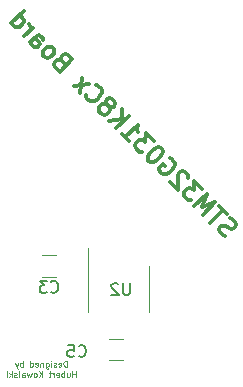
<source format=gbr>
%TF.GenerationSoftware,KiCad,Pcbnew,(5.1.6)-1*%
%TF.CreationDate,2021-02-26T18:45:46+01:00*%
%TF.ProjectId,STM32G031K8U6_Board,53544d33-3247-4303-9331-4b3855365f42,rev?*%
%TF.SameCoordinates,Original*%
%TF.FileFunction,Legend,Bot*%
%TF.FilePolarity,Positive*%
%FSLAX46Y46*%
G04 Gerber Fmt 4.6, Leading zero omitted, Abs format (unit mm)*
G04 Created by KiCad (PCBNEW (5.1.6)-1) date 2021-02-26 18:45:46*
%MOMM*%
%LPD*%
G01*
G04 APERTURE LIST*
%ADD10C,0.125000*%
%ADD11C,0.300000*%
%ADD12C,0.120000*%
%ADD13C,0.150000*%
G04 APERTURE END LIST*
D10*
X118916666Y-76038690D02*
X118916666Y-75538690D01*
X118797619Y-75538690D01*
X118726190Y-75562500D01*
X118678571Y-75610119D01*
X118654761Y-75657738D01*
X118630952Y-75752976D01*
X118630952Y-75824404D01*
X118654761Y-75919642D01*
X118678571Y-75967261D01*
X118726190Y-76014880D01*
X118797619Y-76038690D01*
X118916666Y-76038690D01*
X118226190Y-76014880D02*
X118273809Y-76038690D01*
X118369047Y-76038690D01*
X118416666Y-76014880D01*
X118440476Y-75967261D01*
X118440476Y-75776785D01*
X118416666Y-75729166D01*
X118369047Y-75705357D01*
X118273809Y-75705357D01*
X118226190Y-75729166D01*
X118202380Y-75776785D01*
X118202380Y-75824404D01*
X118440476Y-75872023D01*
X118011904Y-76014880D02*
X117964285Y-76038690D01*
X117869047Y-76038690D01*
X117821428Y-76014880D01*
X117797619Y-75967261D01*
X117797619Y-75943452D01*
X117821428Y-75895833D01*
X117869047Y-75872023D01*
X117940476Y-75872023D01*
X117988095Y-75848214D01*
X118011904Y-75800595D01*
X118011904Y-75776785D01*
X117988095Y-75729166D01*
X117940476Y-75705357D01*
X117869047Y-75705357D01*
X117821428Y-75729166D01*
X117583333Y-76038690D02*
X117583333Y-75705357D01*
X117583333Y-75538690D02*
X117607142Y-75562500D01*
X117583333Y-75586309D01*
X117559523Y-75562500D01*
X117583333Y-75538690D01*
X117583333Y-75586309D01*
X117130952Y-75705357D02*
X117130952Y-76110119D01*
X117154761Y-76157738D01*
X117178571Y-76181547D01*
X117226190Y-76205357D01*
X117297619Y-76205357D01*
X117345238Y-76181547D01*
X117130952Y-76014880D02*
X117178571Y-76038690D01*
X117273809Y-76038690D01*
X117321428Y-76014880D01*
X117345238Y-75991071D01*
X117369047Y-75943452D01*
X117369047Y-75800595D01*
X117345238Y-75752976D01*
X117321428Y-75729166D01*
X117273809Y-75705357D01*
X117178571Y-75705357D01*
X117130952Y-75729166D01*
X116892857Y-75705357D02*
X116892857Y-76038690D01*
X116892857Y-75752976D02*
X116869047Y-75729166D01*
X116821428Y-75705357D01*
X116750000Y-75705357D01*
X116702380Y-75729166D01*
X116678571Y-75776785D01*
X116678571Y-76038690D01*
X116250000Y-76014880D02*
X116297619Y-76038690D01*
X116392857Y-76038690D01*
X116440476Y-76014880D01*
X116464285Y-75967261D01*
X116464285Y-75776785D01*
X116440476Y-75729166D01*
X116392857Y-75705357D01*
X116297619Y-75705357D01*
X116250000Y-75729166D01*
X116226190Y-75776785D01*
X116226190Y-75824404D01*
X116464285Y-75872023D01*
X115797619Y-76038690D02*
X115797619Y-75538690D01*
X115797619Y-76014880D02*
X115845238Y-76038690D01*
X115940476Y-76038690D01*
X115988095Y-76014880D01*
X116011904Y-75991071D01*
X116035714Y-75943452D01*
X116035714Y-75800595D01*
X116011904Y-75752976D01*
X115988095Y-75729166D01*
X115940476Y-75705357D01*
X115845238Y-75705357D01*
X115797619Y-75729166D01*
X115178571Y-76038690D02*
X115178571Y-75538690D01*
X115178571Y-75729166D02*
X115130952Y-75705357D01*
X115035714Y-75705357D01*
X114988095Y-75729166D01*
X114964285Y-75752976D01*
X114940476Y-75800595D01*
X114940476Y-75943452D01*
X114964285Y-75991071D01*
X114988095Y-76014880D01*
X115035714Y-76038690D01*
X115130952Y-76038690D01*
X115178571Y-76014880D01*
X114773809Y-75705357D02*
X114654761Y-76038690D01*
X114535714Y-75705357D02*
X114654761Y-76038690D01*
X114702380Y-76157738D01*
X114726190Y-76181547D01*
X114773809Y-76205357D01*
X119666666Y-76913690D02*
X119666666Y-76413690D01*
X119666666Y-76651785D02*
X119380952Y-76651785D01*
X119380952Y-76913690D02*
X119380952Y-76413690D01*
X118928571Y-76580357D02*
X118928571Y-76913690D01*
X119142857Y-76580357D02*
X119142857Y-76842261D01*
X119119047Y-76889880D01*
X119071428Y-76913690D01*
X119000000Y-76913690D01*
X118952380Y-76889880D01*
X118928571Y-76866071D01*
X118690476Y-76913690D02*
X118690476Y-76413690D01*
X118690476Y-76604166D02*
X118642857Y-76580357D01*
X118547619Y-76580357D01*
X118500000Y-76604166D01*
X118476190Y-76627976D01*
X118452380Y-76675595D01*
X118452380Y-76818452D01*
X118476190Y-76866071D01*
X118500000Y-76889880D01*
X118547619Y-76913690D01*
X118642857Y-76913690D01*
X118690476Y-76889880D01*
X118047619Y-76889880D02*
X118095238Y-76913690D01*
X118190476Y-76913690D01*
X118238095Y-76889880D01*
X118261904Y-76842261D01*
X118261904Y-76651785D01*
X118238095Y-76604166D01*
X118190476Y-76580357D01*
X118095238Y-76580357D01*
X118047619Y-76604166D01*
X118023809Y-76651785D01*
X118023809Y-76699404D01*
X118261904Y-76747023D01*
X117809523Y-76913690D02*
X117809523Y-76580357D01*
X117809523Y-76675595D02*
X117785714Y-76627976D01*
X117761904Y-76604166D01*
X117714285Y-76580357D01*
X117666666Y-76580357D01*
X117571428Y-76580357D02*
X117380952Y-76580357D01*
X117500000Y-76413690D02*
X117500000Y-76842261D01*
X117476190Y-76889880D01*
X117428571Y-76913690D01*
X117380952Y-76913690D01*
X116833333Y-76913690D02*
X116833333Y-76413690D01*
X116547619Y-76913690D02*
X116761904Y-76627976D01*
X116547619Y-76413690D02*
X116833333Y-76699404D01*
X116261904Y-76913690D02*
X116309523Y-76889880D01*
X116333333Y-76866071D01*
X116357142Y-76818452D01*
X116357142Y-76675595D01*
X116333333Y-76627976D01*
X116309523Y-76604166D01*
X116261904Y-76580357D01*
X116190476Y-76580357D01*
X116142857Y-76604166D01*
X116119047Y-76627976D01*
X116095238Y-76675595D01*
X116095238Y-76818452D01*
X116119047Y-76866071D01*
X116142857Y-76889880D01*
X116190476Y-76913690D01*
X116261904Y-76913690D01*
X115928571Y-76580357D02*
X115833333Y-76913690D01*
X115738095Y-76675595D01*
X115642857Y-76913690D01*
X115547619Y-76580357D01*
X115142857Y-76913690D02*
X115142857Y-76651785D01*
X115166666Y-76604166D01*
X115214285Y-76580357D01*
X115309523Y-76580357D01*
X115357142Y-76604166D01*
X115142857Y-76889880D02*
X115190476Y-76913690D01*
X115309523Y-76913690D01*
X115357142Y-76889880D01*
X115380952Y-76842261D01*
X115380952Y-76794642D01*
X115357142Y-76747023D01*
X115309523Y-76723214D01*
X115190476Y-76723214D01*
X115142857Y-76699404D01*
X114833333Y-76913690D02*
X114880952Y-76889880D01*
X114904761Y-76842261D01*
X114904761Y-76413690D01*
X114666666Y-76889880D02*
X114619047Y-76913690D01*
X114523809Y-76913690D01*
X114476190Y-76889880D01*
X114452380Y-76842261D01*
X114452380Y-76818452D01*
X114476190Y-76770833D01*
X114523809Y-76747023D01*
X114595238Y-76747023D01*
X114642857Y-76723214D01*
X114666666Y-76675595D01*
X114666666Y-76651785D01*
X114642857Y-76604166D01*
X114595238Y-76580357D01*
X114523809Y-76580357D01*
X114476190Y-76604166D01*
X114238095Y-76913690D02*
X114238095Y-76413690D01*
X114190476Y-76723214D02*
X114047619Y-76913690D01*
X114047619Y-76580357D02*
X114238095Y-76770833D01*
X113833333Y-76913690D02*
X113833333Y-76580357D01*
X113833333Y-76413690D02*
X113857142Y-76437500D01*
X113833333Y-76461309D01*
X113809523Y-76437500D01*
X113833333Y-76413690D01*
X113833333Y-76461309D01*
D11*
X132336804Y-64995433D02*
X132134773Y-64894418D01*
X131882235Y-64641880D01*
X131831727Y-64490357D01*
X131831727Y-64389342D01*
X131882235Y-64237819D01*
X131983250Y-64136804D01*
X132134773Y-64086296D01*
X132235789Y-64086296D01*
X132387311Y-64136804D01*
X132639850Y-64288327D01*
X132791372Y-64338834D01*
X132892388Y-64338834D01*
X133043911Y-64288327D01*
X133144926Y-64187311D01*
X133195433Y-64035789D01*
X133195433Y-63934773D01*
X133144926Y-63783250D01*
X132892388Y-63530712D01*
X132690357Y-63429697D01*
X132437819Y-63076144D02*
X131831727Y-62470052D01*
X131074113Y-63833758D02*
X132134773Y-62773098D01*
X130417514Y-63177159D02*
X131478174Y-62116499D01*
X130367006Y-62520560D01*
X130771067Y-61409392D01*
X129710407Y-62470052D01*
X130367006Y-61005331D02*
X129710407Y-60348732D01*
X129659900Y-61106346D01*
X129508377Y-60954823D01*
X129356854Y-60904316D01*
X129255838Y-60904316D01*
X129104316Y-60954823D01*
X128851777Y-61207361D01*
X128801270Y-61358884D01*
X128801270Y-61459900D01*
X128851777Y-61611422D01*
X129154823Y-61914468D01*
X129306346Y-61964976D01*
X129407361Y-61964976D01*
X129205331Y-60045686D02*
X129205331Y-59944671D01*
X129154823Y-59793148D01*
X128902285Y-59540610D01*
X128750762Y-59490102D01*
X128649747Y-59490102D01*
X128498224Y-59540610D01*
X128397209Y-59641625D01*
X128296194Y-59843655D01*
X128296194Y-61055838D01*
X127639594Y-60399239D01*
X127639594Y-58378934D02*
X127791117Y-58429442D01*
X127942640Y-58580965D01*
X128043655Y-58782995D01*
X128043655Y-58985026D01*
X127993148Y-59136549D01*
X127841625Y-59389087D01*
X127690102Y-59540610D01*
X127437564Y-59692133D01*
X127286041Y-59742640D01*
X127084011Y-59742640D01*
X126881980Y-59641625D01*
X126780965Y-59540610D01*
X126679950Y-59338579D01*
X126679950Y-59237564D01*
X127033503Y-58884011D01*
X127235533Y-59086041D01*
X126982995Y-57621320D02*
X126881980Y-57520305D01*
X126730457Y-57469797D01*
X126629442Y-57469797D01*
X126477919Y-57520305D01*
X126225381Y-57671827D01*
X125972843Y-57924366D01*
X125821320Y-58176904D01*
X125770812Y-58328427D01*
X125770812Y-58429442D01*
X125821320Y-58580965D01*
X125922335Y-58681980D01*
X126073858Y-58732488D01*
X126174873Y-58732488D01*
X126326396Y-58681980D01*
X126578934Y-58530457D01*
X126831472Y-58277919D01*
X126982995Y-58025381D01*
X127033503Y-57873858D01*
X127033503Y-57772843D01*
X126982995Y-57621320D01*
X126275888Y-56914213D02*
X125619289Y-56257614D01*
X125568782Y-57015228D01*
X125417259Y-56863705D01*
X125265736Y-56813198D01*
X125164721Y-56813198D01*
X125013198Y-56863705D01*
X124760660Y-57116244D01*
X124710152Y-57267766D01*
X124710152Y-57368782D01*
X124760660Y-57520305D01*
X125063705Y-57823350D01*
X125215228Y-57873858D01*
X125316244Y-57873858D01*
X123548477Y-56308122D02*
X124154568Y-56914213D01*
X123851522Y-56611167D02*
X124912183Y-55550507D01*
X124861675Y-55803045D01*
X124861675Y-56005076D01*
X124912183Y-56156599D01*
X123093908Y-55853553D02*
X124154568Y-54792893D01*
X122487816Y-55247461D02*
X123548477Y-55095938D01*
X123548477Y-54186801D02*
X123548477Y-55398984D01*
X122487816Y-54035278D02*
X122639339Y-54085786D01*
X122740355Y-54085786D01*
X122891877Y-54035278D01*
X122942385Y-53984771D01*
X122992893Y-53833248D01*
X122992893Y-53732233D01*
X122942385Y-53580710D01*
X122740355Y-53378679D01*
X122588832Y-53328172D01*
X122487816Y-53328172D01*
X122336294Y-53378679D01*
X122285786Y-53429187D01*
X122235278Y-53580710D01*
X122235278Y-53681725D01*
X122285786Y-53833248D01*
X122487816Y-54035278D01*
X122538324Y-54186801D01*
X122538324Y-54287816D01*
X122487816Y-54439339D01*
X122285786Y-54641370D01*
X122134263Y-54691877D01*
X122033248Y-54691877D01*
X121881725Y-54641370D01*
X121679694Y-54439339D01*
X121629187Y-54287816D01*
X121629187Y-54186801D01*
X121679694Y-54035278D01*
X121881725Y-53833248D01*
X122033248Y-53782740D01*
X122134263Y-53782740D01*
X122285786Y-53833248D01*
X120518019Y-53075633D02*
X120518019Y-53176649D01*
X120619034Y-53378679D01*
X120720049Y-53479694D01*
X120922080Y-53580710D01*
X121124111Y-53580710D01*
X121275633Y-53530202D01*
X121528172Y-53378679D01*
X121679694Y-53227156D01*
X121831217Y-52974618D01*
X121881725Y-52823095D01*
X121881725Y-52621065D01*
X121780710Y-52419034D01*
X121679694Y-52318019D01*
X121477664Y-52217004D01*
X121376649Y-52217004D01*
X120063450Y-52823095D02*
X120214973Y-51560405D01*
X120770557Y-52115988D02*
X119507866Y-52267511D01*
X118497714Y-50146191D02*
X118295683Y-50045176D01*
X118194668Y-50045176D01*
X118043145Y-50095683D01*
X117891622Y-50247206D01*
X117841115Y-50398729D01*
X117841115Y-50499744D01*
X117891622Y-50651267D01*
X118295683Y-51055328D01*
X119356344Y-49994668D01*
X119002790Y-49641115D01*
X118851267Y-49590607D01*
X118750252Y-49590607D01*
X118598729Y-49641115D01*
X118497714Y-49742130D01*
X118447206Y-49893653D01*
X118447206Y-49994668D01*
X118497714Y-50146191D01*
X118851267Y-50499744D01*
X117083500Y-49843145D02*
X117235023Y-49893653D01*
X117336038Y-49893653D01*
X117487561Y-49843145D01*
X117790607Y-49540099D01*
X117841115Y-49388577D01*
X117841115Y-49287561D01*
X117790607Y-49136038D01*
X117639084Y-48984516D01*
X117487561Y-48934008D01*
X117386546Y-48934008D01*
X117235023Y-48984516D01*
X116931977Y-49287561D01*
X116881470Y-49439084D01*
X116881470Y-49540099D01*
X116931977Y-49691622D01*
X117083500Y-49843145D01*
X115820810Y-48580455D02*
X116376394Y-48024871D01*
X116527916Y-47974363D01*
X116679439Y-48024871D01*
X116881470Y-48226901D01*
X116931977Y-48378424D01*
X115871317Y-48529947D02*
X115921825Y-48681470D01*
X116174363Y-48934008D01*
X116325886Y-48984516D01*
X116477409Y-48934008D01*
X116578424Y-48832993D01*
X116628932Y-48681470D01*
X116578424Y-48529947D01*
X116325886Y-48277409D01*
X116275378Y-48125886D01*
X115315733Y-48075378D02*
X116022840Y-47368272D01*
X115820810Y-47570302D02*
X115871317Y-47418779D01*
X115871317Y-47317764D01*
X115820810Y-47166241D01*
X115719794Y-47065226D01*
X114204566Y-46964210D02*
X115265226Y-45903550D01*
X114255073Y-46913703D02*
X114305581Y-47065226D01*
X114507611Y-47267256D01*
X114659134Y-47317764D01*
X114760149Y-47317764D01*
X114911672Y-47267256D01*
X115214718Y-46964210D01*
X115265226Y-46812688D01*
X115265226Y-46711672D01*
X115214718Y-46560149D01*
X115012688Y-46358119D01*
X114861165Y-46307611D01*
D12*
%TO.C,C3*%
X116797936Y-68410000D02*
X118002064Y-68410000D01*
X116797936Y-66590000D02*
X118002064Y-66590000D01*
%TO.C,C5*%
X122485436Y-73690000D02*
X123689564Y-73690000D01*
X122485436Y-75510000D02*
X123689564Y-75510000D01*
%TO.C,U2*%
X120740000Y-69450000D02*
X120740000Y-66000000D01*
X120740000Y-69450000D02*
X120740000Y-71400000D01*
X125860000Y-69450000D02*
X125860000Y-67500000D01*
X125860000Y-69450000D02*
X125860000Y-71400000D01*
%TO.C,C3*%
D13*
X117566666Y-69677142D02*
X117614285Y-69724761D01*
X117757142Y-69772380D01*
X117852380Y-69772380D01*
X117995238Y-69724761D01*
X118090476Y-69629523D01*
X118138095Y-69534285D01*
X118185714Y-69343809D01*
X118185714Y-69200952D01*
X118138095Y-69010476D01*
X118090476Y-68915238D01*
X117995238Y-68820000D01*
X117852380Y-68772380D01*
X117757142Y-68772380D01*
X117614285Y-68820000D01*
X117566666Y-68867619D01*
X117233333Y-68772380D02*
X116614285Y-68772380D01*
X116947619Y-69153333D01*
X116804761Y-69153333D01*
X116709523Y-69200952D01*
X116661904Y-69248571D01*
X116614285Y-69343809D01*
X116614285Y-69581904D01*
X116661904Y-69677142D01*
X116709523Y-69724761D01*
X116804761Y-69772380D01*
X117090476Y-69772380D01*
X117185714Y-69724761D01*
X117233333Y-69677142D01*
%TO.C,C5*%
X119916666Y-75107142D02*
X119964285Y-75154761D01*
X120107142Y-75202380D01*
X120202380Y-75202380D01*
X120345238Y-75154761D01*
X120440476Y-75059523D01*
X120488095Y-74964285D01*
X120535714Y-74773809D01*
X120535714Y-74630952D01*
X120488095Y-74440476D01*
X120440476Y-74345238D01*
X120345238Y-74250000D01*
X120202380Y-74202380D01*
X120107142Y-74202380D01*
X119964285Y-74250000D01*
X119916666Y-74297619D01*
X119011904Y-74202380D02*
X119488095Y-74202380D01*
X119535714Y-74678571D01*
X119488095Y-74630952D01*
X119392857Y-74583333D01*
X119154761Y-74583333D01*
X119059523Y-74630952D01*
X119011904Y-74678571D01*
X118964285Y-74773809D01*
X118964285Y-75011904D01*
X119011904Y-75107142D01*
X119059523Y-75154761D01*
X119154761Y-75202380D01*
X119392857Y-75202380D01*
X119488095Y-75154761D01*
X119535714Y-75107142D01*
%TO.C,U2*%
X124261904Y-68952380D02*
X124261904Y-69761904D01*
X124214285Y-69857142D01*
X124166666Y-69904761D01*
X124071428Y-69952380D01*
X123880952Y-69952380D01*
X123785714Y-69904761D01*
X123738095Y-69857142D01*
X123690476Y-69761904D01*
X123690476Y-68952380D01*
X123261904Y-69047619D02*
X123214285Y-69000000D01*
X123119047Y-68952380D01*
X122880952Y-68952380D01*
X122785714Y-69000000D01*
X122738095Y-69047619D01*
X122690476Y-69142857D01*
X122690476Y-69238095D01*
X122738095Y-69380952D01*
X123309523Y-69952380D01*
X122690476Y-69952380D01*
%TD*%
M02*

</source>
